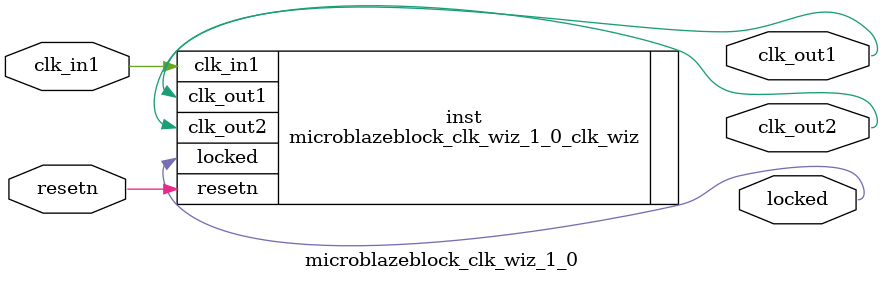
<source format=v>


`timescale 1ps/1ps

(* CORE_GENERATION_INFO = "microblazeblock_clk_wiz_1_0,clk_wiz_v6_0_1_0_0,{component_name=microblazeblock_clk_wiz_1_0,use_phase_alignment=true,use_min_o_jitter=false,use_max_i_jitter=false,use_dyn_phase_shift=false,use_inclk_switchover=false,use_dyn_reconfig=false,enable_axi=0,feedback_source=FDBK_AUTO,PRIMITIVE=MMCM,num_out_clk=2,clkin1_period=10.000,clkin2_period=10.000,use_power_down=false,use_reset=true,use_locked=true,use_inclk_stopped=false,feedback_type=SINGLE,CLOCK_MGR_TYPE=NA,manual_override=false}" *)

module microblazeblock_clk_wiz_1_0 
 (
  // Clock out ports
  output        clk_out1,
  output        clk_out2,
  // Status and control signals
  input         resetn,
  output        locked,
 // Clock in ports
  input         clk_in1
 );

  microblazeblock_clk_wiz_1_0_clk_wiz inst
  (
  // Clock out ports  
  .clk_out1(clk_out1),
  .clk_out2(clk_out2),
  // Status and control signals               
  .resetn(resetn), 
  .locked(locked),
 // Clock in ports
  .clk_in1(clk_in1)
  );

endmodule

</source>
